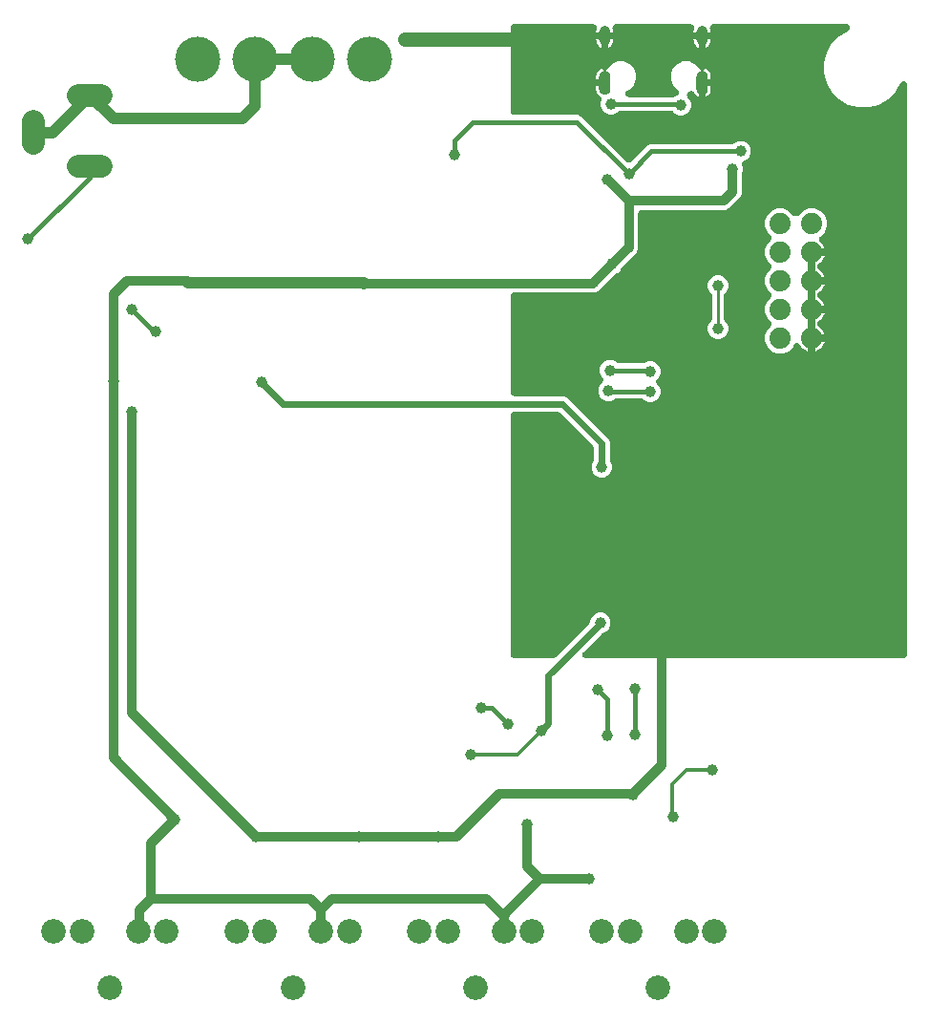
<source format=gbr>
G04 EAGLE Gerber RS-274X export*
G75*
%MOMM*%
%FSLAX34Y34*%
%LPD*%
%INBottom Copper*%
%IPPOS*%
%AMOC8*
5,1,8,0,0,1.08239X$1,22.5*%
G01*
%ADD10C,0.908000*%
%ADD11C,1.879600*%
%ADD12C,2.184400*%
%ADD13C,4.000000*%
%ADD14C,2.000000*%
%ADD15C,1.016000*%
%ADD16C,1.006400*%
%ADD17C,0.406400*%
%ADD18C,0.812800*%
%ADD19C,0.304800*%
%ADD20C,1.270000*%
%ADD21C,0.609600*%
%ADD22C,0.254000*%

G36*
X624845Y326962D02*
X624845Y326962D01*
X624960Y326961D01*
X625091Y326982D01*
X625223Y326993D01*
X625334Y327020D01*
X625447Y327038D01*
X625573Y327079D01*
X625702Y327111D01*
X625807Y327156D01*
X625916Y327192D01*
X626034Y327254D01*
X626156Y327306D01*
X626252Y327367D01*
X626353Y327420D01*
X626427Y327479D01*
X626572Y327571D01*
X626814Y327787D01*
X626886Y327845D01*
X656611Y357570D01*
X656685Y357657D01*
X656766Y357737D01*
X656844Y357844D01*
X656930Y357946D01*
X656989Y358044D01*
X657056Y358136D01*
X657116Y358254D01*
X657185Y358368D01*
X657227Y358474D01*
X657279Y358576D01*
X657319Y358703D01*
X657368Y358826D01*
X657393Y358938D01*
X657427Y359047D01*
X657437Y359140D01*
X657475Y359308D01*
X657493Y359632D01*
X657503Y359724D01*
X657503Y359810D01*
X658888Y363153D01*
X661447Y365712D01*
X664790Y367097D01*
X668410Y367097D01*
X671753Y365712D01*
X674312Y363153D01*
X675697Y359810D01*
X675697Y356190D01*
X674312Y352847D01*
X671753Y350288D01*
X668377Y348890D01*
X668368Y348885D01*
X668359Y348882D01*
X668146Y348771D01*
X667938Y348665D01*
X667930Y348659D01*
X667921Y348654D01*
X667890Y348629D01*
X667541Y348372D01*
X667449Y348278D01*
X667388Y348229D01*
X651314Y332155D01*
X651289Y332126D01*
X651261Y332100D01*
X651129Y331938D01*
X650994Y331779D01*
X650974Y331746D01*
X650951Y331716D01*
X650848Y331536D01*
X650740Y331356D01*
X650725Y331321D01*
X650707Y331288D01*
X650634Y331092D01*
X650557Y330898D01*
X650548Y330861D01*
X650535Y330825D01*
X650495Y330620D01*
X650450Y330417D01*
X650448Y330378D01*
X650440Y330341D01*
X650434Y330133D01*
X650422Y329924D01*
X650426Y329886D01*
X650425Y329848D01*
X650452Y329641D01*
X650474Y329433D01*
X650484Y329397D01*
X650489Y329359D01*
X650550Y329159D01*
X650605Y328958D01*
X650621Y328923D01*
X650632Y328887D01*
X650724Y328699D01*
X650811Y328509D01*
X650832Y328478D01*
X650849Y328443D01*
X650969Y328273D01*
X651086Y328100D01*
X651112Y328072D01*
X651134Y328041D01*
X651281Y327893D01*
X651424Y327740D01*
X651454Y327717D01*
X651481Y327690D01*
X651650Y327567D01*
X651815Y327440D01*
X651849Y327422D01*
X651880Y327400D01*
X652066Y327306D01*
X652250Y327207D01*
X652286Y327195D01*
X652320Y327177D01*
X652519Y327115D01*
X652717Y327047D01*
X652754Y327041D01*
X652791Y327029D01*
X652883Y327019D01*
X653203Y326964D01*
X653375Y326963D01*
X653468Y326953D01*
X935522Y326953D01*
X935598Y326959D01*
X935674Y326957D01*
X935843Y326979D01*
X936014Y326993D01*
X936088Y327011D01*
X936163Y327021D01*
X936327Y327070D01*
X936493Y327111D01*
X936562Y327141D01*
X936636Y327163D01*
X936789Y327239D01*
X936946Y327306D01*
X937010Y327347D01*
X937079Y327380D01*
X937218Y327479D01*
X937362Y327571D01*
X937419Y327622D01*
X937481Y327666D01*
X937602Y327786D01*
X937730Y327900D01*
X937778Y327959D01*
X937832Y328013D01*
X937933Y328151D01*
X938040Y328284D01*
X938077Y328350D01*
X938122Y328411D01*
X938199Y328564D01*
X938284Y328712D01*
X938310Y328784D01*
X938345Y328852D01*
X938396Y329015D01*
X938455Y329175D01*
X938470Y329250D01*
X938493Y329322D01*
X938505Y329427D01*
X938550Y329659D01*
X938557Y329895D01*
X938569Y330000D01*
X938569Y835110D01*
X938554Y835299D01*
X938546Y835489D01*
X938534Y835545D01*
X938529Y835602D01*
X938484Y835786D01*
X938445Y835972D01*
X938424Y836025D01*
X938411Y836081D01*
X938336Y836255D01*
X938267Y836432D01*
X938239Y836482D01*
X938216Y836534D01*
X938114Y836694D01*
X938018Y836858D01*
X937982Y836902D01*
X937951Y836950D01*
X937824Y837092D01*
X937703Y837238D01*
X937660Y837275D01*
X937622Y837318D01*
X937475Y837437D01*
X937331Y837562D01*
X937283Y837592D01*
X937238Y837628D01*
X937073Y837722D01*
X936912Y837822D01*
X936859Y837844D01*
X936810Y837872D01*
X936631Y837938D01*
X936456Y838011D01*
X936401Y838024D01*
X936347Y838043D01*
X936161Y838080D01*
X935976Y838123D01*
X935919Y838127D01*
X935863Y838138D01*
X935673Y838144D01*
X935484Y838157D01*
X935427Y838152D01*
X935370Y838153D01*
X935182Y838129D01*
X934993Y838111D01*
X934937Y838097D01*
X934881Y838089D01*
X934699Y838034D01*
X934515Y837986D01*
X934463Y837963D01*
X934409Y837947D01*
X934238Y837863D01*
X934064Y837786D01*
X934017Y837755D01*
X933965Y837730D01*
X933811Y837620D01*
X933652Y837516D01*
X933610Y837477D01*
X933563Y837444D01*
X933428Y837311D01*
X933288Y837182D01*
X933261Y837146D01*
X933212Y837098D01*
X932922Y836699D01*
X932901Y836659D01*
X932883Y836634D01*
X928136Y828411D01*
X921589Y821864D01*
X913571Y817235D01*
X904629Y814839D01*
X895371Y814839D01*
X886429Y817235D01*
X878411Y821864D01*
X871864Y828411D01*
X867235Y836429D01*
X864839Y845371D01*
X864839Y854629D01*
X867235Y863571D01*
X871864Y871589D01*
X878411Y878136D01*
X886634Y882883D01*
X886790Y882991D01*
X886950Y883093D01*
X886992Y883131D01*
X887040Y883163D01*
X887176Y883295D01*
X887318Y883422D01*
X887354Y883466D01*
X887395Y883506D01*
X887509Y883658D01*
X887628Y883806D01*
X887656Y883855D01*
X887690Y883901D01*
X887778Y884070D01*
X887872Y884234D01*
X887892Y884288D01*
X887918Y884338D01*
X887977Y884519D01*
X888043Y884697D01*
X888054Y884753D01*
X888072Y884807D01*
X888102Y884995D01*
X888138Y885181D01*
X888140Y885238D01*
X888149Y885294D01*
X888148Y885485D01*
X888153Y885674D01*
X888146Y885730D01*
X888146Y885788D01*
X888114Y885975D01*
X888089Y886163D01*
X888073Y886218D01*
X888063Y886274D01*
X888002Y886453D01*
X887947Y886636D01*
X887921Y886687D01*
X887903Y886741D01*
X887813Y886908D01*
X887730Y887079D01*
X887697Y887125D01*
X887670Y887175D01*
X887554Y887326D01*
X887444Y887481D01*
X887404Y887522D01*
X887369Y887567D01*
X887231Y887697D01*
X887097Y887832D01*
X887051Y887866D01*
X887010Y887905D01*
X886852Y888011D01*
X886699Y888122D01*
X886648Y888148D01*
X886600Y888180D01*
X886428Y888259D01*
X886258Y888345D01*
X886204Y888362D01*
X886152Y888386D01*
X885969Y888436D01*
X885788Y888493D01*
X885742Y888498D01*
X885676Y888516D01*
X885186Y888568D01*
X885141Y888566D01*
X885110Y888569D01*
X766791Y888569D01*
X766678Y888560D01*
X766563Y888561D01*
X766432Y888540D01*
X766300Y888529D01*
X766189Y888502D01*
X766076Y888484D01*
X765950Y888443D01*
X765821Y888411D01*
X765716Y888366D01*
X765608Y888330D01*
X765490Y888269D01*
X765367Y888216D01*
X765271Y888155D01*
X765170Y888102D01*
X765064Y888022D01*
X764951Y887951D01*
X764866Y887875D01*
X764775Y887807D01*
X764683Y887711D01*
X764584Y887622D01*
X764512Y887533D01*
X764433Y887451D01*
X764357Y887342D01*
X764274Y887238D01*
X764217Y887139D01*
X764152Y887045D01*
X764095Y886925D01*
X764030Y886810D01*
X763990Y886703D01*
X763941Y886600D01*
X763904Y886472D01*
X763858Y886347D01*
X763836Y886235D01*
X763804Y886125D01*
X763789Y885993D01*
X763763Y885863D01*
X763760Y885749D01*
X763746Y885636D01*
X763752Y885503D01*
X763748Y885370D01*
X763763Y885257D01*
X763768Y885143D01*
X763790Y885051D01*
X763812Y884881D01*
X763906Y884570D01*
X763928Y884480D01*
X764240Y883622D01*
X764471Y882314D01*
X764471Y881697D01*
X761924Y881697D01*
X761804Y882768D01*
X761798Y882774D01*
X761801Y882779D01*
X761431Y883836D01*
X761425Y883840D01*
X761427Y883846D01*
X760831Y884794D01*
X760823Y884797D01*
X760824Y884802D01*
X760032Y885594D01*
X760024Y885595D01*
X760024Y885601D01*
X759076Y886197D01*
X759067Y886196D01*
X759066Y886201D01*
X758009Y886571D01*
X758001Y886569D01*
X757998Y886574D01*
X756886Y886699D01*
X756878Y886695D01*
X756875Y886699D01*
X755762Y886574D01*
X755756Y886568D01*
X755751Y886571D01*
X754694Y886201D01*
X754690Y886195D01*
X754684Y886197D01*
X753736Y885601D01*
X753733Y885593D01*
X753728Y885594D01*
X752936Y884802D01*
X752935Y884794D01*
X752929Y884794D01*
X752333Y883846D01*
X752334Y883837D01*
X752329Y883836D01*
X751959Y882779D01*
X751961Y882771D01*
X751956Y882768D01*
X751836Y881697D01*
X749289Y881697D01*
X749289Y882314D01*
X749520Y883622D01*
X749832Y884480D01*
X749862Y884590D01*
X749902Y884697D01*
X749927Y884827D01*
X749963Y884955D01*
X749975Y885069D01*
X749997Y885181D01*
X750001Y885314D01*
X750015Y885446D01*
X750008Y885560D01*
X750012Y885674D01*
X749995Y885806D01*
X749987Y885939D01*
X749962Y886050D01*
X749948Y886163D01*
X749909Y886290D01*
X749880Y886420D01*
X749838Y886526D01*
X749805Y886636D01*
X749747Y886755D01*
X749697Y886878D01*
X749638Y886976D01*
X749588Y887079D01*
X749511Y887187D01*
X749443Y887301D01*
X749369Y887388D01*
X749303Y887481D01*
X749209Y887575D01*
X749123Y887677D01*
X749036Y887751D01*
X748956Y887832D01*
X748849Y887910D01*
X748747Y887996D01*
X748650Y888055D01*
X748557Y888122D01*
X748439Y888182D01*
X748325Y888251D01*
X748219Y888293D01*
X748117Y888345D01*
X747990Y888385D01*
X747867Y888434D01*
X747755Y888459D01*
X747646Y888493D01*
X747553Y888503D01*
X747385Y888541D01*
X747061Y888559D01*
X746969Y888569D01*
X680431Y888569D01*
X680318Y888560D01*
X680203Y888561D01*
X680072Y888540D01*
X679940Y888529D01*
X679829Y888502D01*
X679716Y888484D01*
X679590Y888443D01*
X679461Y888411D01*
X679356Y888366D01*
X679248Y888330D01*
X679130Y888269D01*
X679007Y888216D01*
X678911Y888155D01*
X678810Y888102D01*
X678704Y888022D01*
X678591Y887951D01*
X678506Y887875D01*
X678415Y887807D01*
X678323Y887711D01*
X678224Y887622D01*
X678152Y887533D01*
X678073Y887451D01*
X677997Y887342D01*
X677914Y887238D01*
X677857Y887139D01*
X677792Y887045D01*
X677735Y886925D01*
X677670Y886810D01*
X677630Y886703D01*
X677581Y886600D01*
X677544Y886472D01*
X677498Y886347D01*
X677476Y886235D01*
X677444Y886125D01*
X677429Y885993D01*
X677403Y885863D01*
X677400Y885749D01*
X677386Y885636D01*
X677392Y885503D01*
X677388Y885370D01*
X677403Y885257D01*
X677408Y885143D01*
X677430Y885051D01*
X677452Y884881D01*
X677546Y884570D01*
X677568Y884480D01*
X677880Y883622D01*
X678111Y882314D01*
X678111Y881697D01*
X675564Y881697D01*
X675444Y882768D01*
X675438Y882774D01*
X675441Y882779D01*
X675071Y883836D01*
X675065Y883840D01*
X675067Y883846D01*
X674471Y884794D01*
X674463Y884797D01*
X674464Y884802D01*
X673672Y885594D01*
X673664Y885595D01*
X673664Y885601D01*
X672716Y886197D01*
X672707Y886196D01*
X672706Y886201D01*
X671649Y886571D01*
X671641Y886569D01*
X671638Y886574D01*
X670526Y886699D01*
X670518Y886695D01*
X670515Y886699D01*
X669402Y886574D01*
X669396Y886568D01*
X669391Y886571D01*
X668334Y886201D01*
X668330Y886195D01*
X668324Y886197D01*
X667376Y885601D01*
X667373Y885593D01*
X667368Y885594D01*
X666576Y884802D01*
X666575Y884794D01*
X666569Y884794D01*
X665973Y883846D01*
X665974Y883837D01*
X665969Y883836D01*
X665599Y882779D01*
X665601Y882771D01*
X665596Y882768D01*
X665476Y881697D01*
X662929Y881697D01*
X662929Y882314D01*
X663160Y883622D01*
X663472Y884480D01*
X663502Y884590D01*
X663542Y884697D01*
X663567Y884827D01*
X663603Y884955D01*
X663615Y885069D01*
X663637Y885181D01*
X663641Y885314D01*
X663655Y885446D01*
X663648Y885560D01*
X663652Y885674D01*
X663635Y885806D01*
X663627Y885939D01*
X663602Y886050D01*
X663588Y886163D01*
X663549Y886290D01*
X663520Y886420D01*
X663478Y886526D01*
X663445Y886636D01*
X663387Y886755D01*
X663337Y886878D01*
X663278Y886976D01*
X663228Y887079D01*
X663151Y887187D01*
X663083Y887301D01*
X663009Y887388D01*
X662943Y887481D01*
X662849Y887575D01*
X662763Y887677D01*
X662676Y887751D01*
X662596Y887832D01*
X662489Y887910D01*
X662387Y887996D01*
X662290Y888055D01*
X662197Y888122D01*
X662079Y888182D01*
X661965Y888251D01*
X661859Y888293D01*
X661757Y888345D01*
X661630Y888385D01*
X661507Y888434D01*
X661395Y888459D01*
X661286Y888493D01*
X661193Y888503D01*
X661025Y888541D01*
X660701Y888559D01*
X660609Y888569D01*
X590000Y888569D01*
X589924Y888563D01*
X589848Y888565D01*
X589679Y888543D01*
X589508Y888529D01*
X589434Y888511D01*
X589359Y888501D01*
X589195Y888452D01*
X589029Y888411D01*
X588960Y888381D01*
X588887Y888359D01*
X588733Y888283D01*
X588576Y888216D01*
X588512Y888175D01*
X588443Y888142D01*
X588304Y888043D01*
X588160Y887951D01*
X588103Y887900D01*
X588041Y887856D01*
X587920Y887736D01*
X587792Y887622D01*
X587744Y887563D01*
X587690Y887509D01*
X587589Y887371D01*
X587482Y887238D01*
X587445Y887172D01*
X587400Y887111D01*
X587323Y886958D01*
X587238Y886810D01*
X587212Y886738D01*
X587177Y886670D01*
X587126Y886507D01*
X587067Y886347D01*
X587052Y886272D01*
X587029Y886200D01*
X587017Y886095D01*
X586972Y885863D01*
X586965Y885627D01*
X586953Y885522D01*
X586953Y811144D01*
X586959Y811068D01*
X586957Y810992D01*
X586979Y810823D01*
X586993Y810652D01*
X587011Y810578D01*
X587021Y810503D01*
X587070Y810339D01*
X587111Y810173D01*
X587141Y810104D01*
X587163Y810030D01*
X587239Y809877D01*
X587306Y809720D01*
X587347Y809656D01*
X587380Y809587D01*
X587479Y809448D01*
X587571Y809304D01*
X587622Y809247D01*
X587666Y809185D01*
X587786Y809064D01*
X587900Y808936D01*
X587959Y808888D01*
X588013Y808834D01*
X588151Y808733D01*
X588284Y808626D01*
X588350Y808589D01*
X588411Y808544D01*
X588564Y808467D01*
X588712Y808382D01*
X588784Y808356D01*
X588852Y808321D01*
X589015Y808270D01*
X589175Y808211D01*
X589250Y808196D01*
X589322Y808173D01*
X589427Y808161D01*
X589659Y808116D01*
X589895Y808109D01*
X590000Y808097D01*
X647213Y808097D01*
X649454Y807169D01*
X689845Y766777D01*
X689903Y766728D01*
X689956Y766672D01*
X690091Y766568D01*
X690221Y766457D01*
X690287Y766418D01*
X690347Y766372D01*
X690497Y766291D01*
X690644Y766203D01*
X690715Y766174D01*
X690782Y766138D01*
X690943Y766083D01*
X691102Y766020D01*
X691176Y766003D01*
X691248Y765978D01*
X691417Y765950D01*
X691584Y765913D01*
X691660Y765909D01*
X691735Y765896D01*
X691906Y765895D01*
X692076Y765885D01*
X692152Y765893D01*
X692228Y765893D01*
X692397Y765919D01*
X692567Y765937D01*
X692640Y765958D01*
X692715Y765969D01*
X692878Y766023D01*
X693042Y766068D01*
X693112Y766100D01*
X693184Y766124D01*
X693335Y766203D01*
X693491Y766274D01*
X693554Y766316D01*
X693622Y766352D01*
X693704Y766417D01*
X693900Y766549D01*
X694072Y766711D01*
X694155Y766777D01*
X708546Y781169D01*
X710787Y782097D01*
X782970Y782097D01*
X783083Y782106D01*
X783198Y782105D01*
X783329Y782126D01*
X783462Y782137D01*
X783572Y782164D01*
X783685Y782182D01*
X783811Y782223D01*
X783940Y782255D01*
X784045Y782300D01*
X784154Y782336D01*
X784272Y782398D01*
X784394Y782450D01*
X784490Y782511D01*
X784591Y782564D01*
X784665Y782623D01*
X784810Y782715D01*
X785052Y782931D01*
X785125Y782989D01*
X785847Y783712D01*
X789190Y785097D01*
X792810Y785097D01*
X796153Y783712D01*
X798712Y781153D01*
X800097Y777810D01*
X800097Y774190D01*
X798712Y770847D01*
X796153Y768288D01*
X794069Y767425D01*
X794001Y767390D01*
X793930Y767363D01*
X793782Y767278D01*
X793630Y767200D01*
X793569Y767155D01*
X793503Y767117D01*
X793370Y767008D01*
X793233Y766907D01*
X793180Y766852D01*
X793121Y766804D01*
X793008Y766676D01*
X792889Y766554D01*
X792845Y766491D01*
X792794Y766434D01*
X792704Y766290D01*
X792606Y766150D01*
X792573Y766081D01*
X792532Y766017D01*
X792466Y765859D01*
X792392Y765705D01*
X792370Y765632D01*
X792340Y765562D01*
X792300Y765396D01*
X792252Y765232D01*
X792243Y765156D01*
X792225Y765082D01*
X792212Y764912D01*
X792191Y764742D01*
X792194Y764666D01*
X792188Y764590D01*
X792203Y764420D01*
X792209Y764250D01*
X792224Y764175D01*
X792231Y764099D01*
X792260Y763998D01*
X792307Y763766D01*
X792391Y763545D01*
X792420Y763444D01*
X793097Y761809D01*
X793097Y758191D01*
X792361Y756414D01*
X792358Y756404D01*
X792353Y756396D01*
X792282Y756168D01*
X792209Y755944D01*
X792208Y755935D01*
X792205Y755925D01*
X792201Y755885D01*
X792136Y755456D01*
X792138Y755325D01*
X792129Y755247D01*
X792129Y738383D01*
X790891Y735395D01*
X780605Y725109D01*
X777617Y723871D01*
X703176Y723871D01*
X703100Y723865D01*
X703024Y723867D01*
X702855Y723845D01*
X702684Y723831D01*
X702610Y723813D01*
X702535Y723803D01*
X702371Y723754D01*
X702205Y723713D01*
X702136Y723683D01*
X702062Y723661D01*
X701909Y723585D01*
X701752Y723518D01*
X701688Y723477D01*
X701619Y723444D01*
X701480Y723345D01*
X701336Y723253D01*
X701279Y723202D01*
X701217Y723158D01*
X701096Y723038D01*
X700968Y722924D01*
X700920Y722865D01*
X700866Y722811D01*
X700765Y722673D01*
X700658Y722540D01*
X700621Y722474D01*
X700576Y722413D01*
X700499Y722260D01*
X700414Y722112D01*
X700388Y722040D01*
X700353Y721972D01*
X700302Y721809D01*
X700243Y721649D01*
X700228Y721574D01*
X700205Y721502D01*
X700193Y721397D01*
X700148Y721165D01*
X700141Y720929D01*
X700129Y720824D01*
X700129Y689183D01*
X698891Y686195D01*
X686308Y673613D01*
X686302Y673605D01*
X686295Y673599D01*
X686142Y673416D01*
X685989Y673237D01*
X685984Y673228D01*
X685978Y673221D01*
X685958Y673186D01*
X685734Y672814D01*
X685686Y672693D01*
X685648Y672624D01*
X684912Y670847D01*
X682353Y668288D01*
X680576Y667552D01*
X680567Y667548D01*
X680558Y667545D01*
X680348Y667435D01*
X680137Y667327D01*
X680129Y667321D01*
X680121Y667317D01*
X680089Y667292D01*
X679740Y667034D01*
X679649Y666940D01*
X679587Y666892D01*
X664805Y652109D01*
X661817Y650871D01*
X590000Y650871D01*
X589924Y650865D01*
X589848Y650867D01*
X589679Y650845D01*
X589508Y650831D01*
X589434Y650813D01*
X589359Y650803D01*
X589195Y650754D01*
X589029Y650713D01*
X588960Y650683D01*
X588887Y650661D01*
X588733Y650585D01*
X588576Y650518D01*
X588512Y650477D01*
X588443Y650444D01*
X588304Y650345D01*
X588160Y650253D01*
X588103Y650202D01*
X588041Y650158D01*
X587920Y650038D01*
X587792Y649924D01*
X587744Y649865D01*
X587690Y649811D01*
X587589Y649673D01*
X587482Y649540D01*
X587445Y649474D01*
X587400Y649413D01*
X587323Y649260D01*
X587238Y649112D01*
X587212Y649040D01*
X587177Y648972D01*
X587126Y648809D01*
X587067Y648649D01*
X587052Y648574D01*
X587029Y648502D01*
X587017Y648397D01*
X586972Y648165D01*
X586965Y647929D01*
X586953Y647824D01*
X586953Y562160D01*
X586959Y562084D01*
X586957Y562008D01*
X586979Y561839D01*
X586993Y561668D01*
X587011Y561594D01*
X587021Y561519D01*
X587070Y561355D01*
X587111Y561189D01*
X587141Y561120D01*
X587163Y561046D01*
X587239Y560893D01*
X587306Y560736D01*
X587347Y560672D01*
X587380Y560603D01*
X587479Y560464D01*
X587571Y560320D01*
X587622Y560263D01*
X587666Y560201D01*
X587786Y560080D01*
X587900Y559952D01*
X587959Y559904D01*
X588013Y559850D01*
X588151Y559749D01*
X588284Y559642D01*
X588350Y559605D01*
X588411Y559560D01*
X588564Y559483D01*
X588712Y559398D01*
X588784Y559372D01*
X588852Y559337D01*
X589015Y559286D01*
X589175Y559227D01*
X589250Y559212D01*
X589322Y559189D01*
X589427Y559177D01*
X589659Y559132D01*
X589895Y559125D01*
X590000Y559113D01*
X634415Y559113D01*
X637029Y558030D01*
X674030Y521029D01*
X675113Y518415D01*
X675113Y503014D01*
X675122Y502901D01*
X675121Y502786D01*
X675142Y502655D01*
X675153Y502522D01*
X675180Y502412D01*
X675198Y502299D01*
X675239Y502173D01*
X675271Y502044D01*
X675316Y501939D01*
X675352Y501830D01*
X675414Y501712D01*
X675466Y501590D01*
X675527Y501494D01*
X675580Y501393D01*
X675639Y501319D01*
X675651Y501300D01*
X677097Y497810D01*
X677097Y494190D01*
X675712Y490847D01*
X673153Y488288D01*
X669810Y486903D01*
X666190Y486903D01*
X662847Y488288D01*
X660288Y490847D01*
X658903Y494190D01*
X658903Y497810D01*
X660340Y501278D01*
X660373Y501333D01*
X660440Y501426D01*
X660500Y501544D01*
X660569Y501658D01*
X660611Y501764D01*
X660663Y501866D01*
X660703Y501993D01*
X660752Y502116D01*
X660777Y502227D01*
X660811Y502336D01*
X660821Y502430D01*
X660859Y502598D01*
X660877Y502922D01*
X660887Y503014D01*
X660887Y512792D01*
X660878Y512905D01*
X660879Y513020D01*
X660858Y513151D01*
X660847Y513283D01*
X660820Y513394D01*
X660802Y513507D01*
X660761Y513633D01*
X660729Y513762D01*
X660684Y513867D01*
X660648Y513976D01*
X660586Y514093D01*
X660534Y514216D01*
X660473Y514312D01*
X660420Y514413D01*
X660361Y514487D01*
X660269Y514632D01*
X660157Y514757D01*
X660131Y514794D01*
X660059Y514866D01*
X660053Y514874D01*
X659995Y514946D01*
X630946Y543995D01*
X630859Y544069D01*
X630779Y544150D01*
X630672Y544228D01*
X630570Y544314D01*
X630472Y544373D01*
X630380Y544440D01*
X630262Y544500D01*
X630148Y544569D01*
X630042Y544611D01*
X629940Y544663D01*
X629813Y544703D01*
X629690Y544752D01*
X629578Y544777D01*
X629469Y544811D01*
X629376Y544821D01*
X629208Y544859D01*
X628884Y544877D01*
X628792Y544887D01*
X590000Y544887D01*
X589924Y544881D01*
X589848Y544883D01*
X589679Y544861D01*
X589508Y544847D01*
X589434Y544829D01*
X589359Y544819D01*
X589195Y544770D01*
X589029Y544729D01*
X588960Y544699D01*
X588887Y544677D01*
X588733Y544601D01*
X588576Y544534D01*
X588512Y544493D01*
X588443Y544460D01*
X588304Y544361D01*
X588160Y544269D01*
X588103Y544218D01*
X588041Y544174D01*
X587920Y544054D01*
X587792Y543940D01*
X587744Y543881D01*
X587690Y543827D01*
X587589Y543689D01*
X587482Y543556D01*
X587445Y543490D01*
X587400Y543429D01*
X587323Y543276D01*
X587238Y543128D01*
X587212Y543056D01*
X587177Y542988D01*
X587126Y542825D01*
X587067Y542665D01*
X587052Y542590D01*
X587029Y542518D01*
X587017Y542413D01*
X586972Y542181D01*
X586965Y541945D01*
X586953Y541840D01*
X586953Y330000D01*
X586959Y329924D01*
X586957Y329848D01*
X586979Y329679D01*
X586993Y329508D01*
X587011Y329434D01*
X587021Y329359D01*
X587070Y329195D01*
X587111Y329029D01*
X587141Y328960D01*
X587163Y328887D01*
X587239Y328733D01*
X587306Y328576D01*
X587347Y328512D01*
X587380Y328443D01*
X587479Y328304D01*
X587571Y328160D01*
X587622Y328103D01*
X587666Y328041D01*
X587786Y327920D01*
X587900Y327792D01*
X587959Y327744D01*
X588013Y327690D01*
X588151Y327589D01*
X588284Y327482D01*
X588350Y327445D01*
X588411Y327400D01*
X588564Y327323D01*
X588712Y327238D01*
X588784Y327212D01*
X588852Y327177D01*
X589015Y327126D01*
X589175Y327067D01*
X589250Y327052D01*
X589322Y327029D01*
X589427Y327017D01*
X589659Y326972D01*
X589895Y326965D01*
X590000Y326953D01*
X624732Y326953D01*
X624845Y326962D01*
G37*
%LPC*%
G36*
X823352Y596837D02*
X823352Y596837D01*
X818404Y598887D01*
X814617Y602674D01*
X812567Y607622D01*
X812567Y612978D01*
X814617Y617926D01*
X817536Y620845D01*
X817585Y620903D01*
X817641Y620956D01*
X817745Y621091D01*
X817856Y621221D01*
X817895Y621286D01*
X817941Y621347D01*
X818022Y621497D01*
X818110Y621644D01*
X818138Y621715D01*
X818174Y621782D01*
X818230Y621943D01*
X818293Y622102D01*
X818310Y622176D01*
X818334Y622248D01*
X818363Y622417D01*
X818400Y622584D01*
X818404Y622660D01*
X818417Y622735D01*
X818418Y622906D01*
X818428Y623076D01*
X818420Y623152D01*
X818420Y623228D01*
X818394Y623397D01*
X818375Y623567D01*
X818355Y623640D01*
X818343Y623715D01*
X818290Y623878D01*
X818245Y624042D01*
X818213Y624112D01*
X818189Y624184D01*
X818110Y624335D01*
X818039Y624491D01*
X817997Y624554D01*
X817961Y624622D01*
X817896Y624704D01*
X817764Y624900D01*
X817602Y625072D01*
X817536Y625155D01*
X814617Y628074D01*
X812567Y633022D01*
X812567Y638378D01*
X814617Y643326D01*
X817536Y646245D01*
X817585Y646303D01*
X817641Y646356D01*
X817745Y646491D01*
X817856Y646621D01*
X817895Y646686D01*
X817941Y646747D01*
X818022Y646897D01*
X818110Y647044D01*
X818138Y647115D01*
X818174Y647182D01*
X818230Y647343D01*
X818293Y647502D01*
X818310Y647576D01*
X818334Y647648D01*
X818363Y647817D01*
X818400Y647984D01*
X818404Y648060D01*
X818417Y648135D01*
X818418Y648306D01*
X818428Y648476D01*
X818420Y648552D01*
X818420Y648628D01*
X818394Y648797D01*
X818375Y648967D01*
X818355Y649040D01*
X818343Y649115D01*
X818290Y649278D01*
X818245Y649442D01*
X818213Y649512D01*
X818189Y649584D01*
X818110Y649735D01*
X818039Y649891D01*
X817997Y649954D01*
X817961Y650022D01*
X817896Y650104D01*
X817764Y650300D01*
X817602Y650472D01*
X817536Y650555D01*
X814617Y653474D01*
X812567Y658422D01*
X812567Y663778D01*
X814617Y668726D01*
X817536Y671645D01*
X817585Y671703D01*
X817641Y671756D01*
X817745Y671891D01*
X817856Y672021D01*
X817895Y672086D01*
X817941Y672147D01*
X818022Y672297D01*
X818110Y672444D01*
X818138Y672515D01*
X818174Y672582D01*
X818230Y672743D01*
X818293Y672902D01*
X818310Y672976D01*
X818334Y673048D01*
X818363Y673217D01*
X818400Y673384D01*
X818404Y673460D01*
X818417Y673535D01*
X818418Y673706D01*
X818428Y673876D01*
X818420Y673952D01*
X818420Y674028D01*
X818394Y674197D01*
X818375Y674367D01*
X818355Y674440D01*
X818343Y674515D01*
X818290Y674678D01*
X818245Y674842D01*
X818213Y674912D01*
X818189Y674984D01*
X818110Y675135D01*
X818039Y675291D01*
X817997Y675354D01*
X817961Y675422D01*
X817896Y675504D01*
X817764Y675700D01*
X817602Y675872D01*
X817536Y675955D01*
X814617Y678874D01*
X812567Y683822D01*
X812567Y689178D01*
X814617Y694126D01*
X817536Y697045D01*
X817585Y697103D01*
X817641Y697156D01*
X817745Y697291D01*
X817856Y697421D01*
X817895Y697486D01*
X817941Y697547D01*
X818022Y697697D01*
X818110Y697844D01*
X818138Y697915D01*
X818174Y697982D01*
X818230Y698143D01*
X818293Y698302D01*
X818310Y698376D01*
X818334Y698448D01*
X818363Y698617D01*
X818400Y698784D01*
X818404Y698860D01*
X818417Y698935D01*
X818418Y699106D01*
X818428Y699276D01*
X818420Y699352D01*
X818420Y699428D01*
X818394Y699597D01*
X818375Y699767D01*
X818355Y699840D01*
X818343Y699915D01*
X818290Y700078D01*
X818245Y700242D01*
X818213Y700312D01*
X818189Y700384D01*
X818110Y700535D01*
X818039Y700691D01*
X817997Y700754D01*
X817961Y700822D01*
X817896Y700904D01*
X817764Y701100D01*
X817602Y701272D01*
X817536Y701355D01*
X814617Y704274D01*
X812567Y709222D01*
X812567Y714578D01*
X814617Y719526D01*
X818404Y723313D01*
X823352Y725363D01*
X828708Y725363D01*
X833656Y723313D01*
X837845Y719124D01*
X837903Y719075D01*
X837955Y719019D01*
X838091Y718915D01*
X838221Y718804D01*
X838287Y718765D01*
X838347Y718719D01*
X838497Y718638D01*
X838644Y718550D01*
X838714Y718522D01*
X838782Y718486D01*
X838943Y718430D01*
X839102Y718367D01*
X839176Y718350D01*
X839248Y718326D01*
X839417Y718297D01*
X839583Y718260D01*
X839660Y718256D01*
X839735Y718243D01*
X839906Y718242D01*
X840076Y718232D01*
X840152Y718240D01*
X840228Y718240D01*
X840397Y718266D01*
X840567Y718285D01*
X840640Y718305D01*
X840715Y718317D01*
X840878Y718370D01*
X841042Y718415D01*
X841112Y718447D01*
X841184Y718471D01*
X841335Y718550D01*
X841491Y718621D01*
X841554Y718663D01*
X841622Y718699D01*
X841704Y718764D01*
X841900Y718896D01*
X842073Y719058D01*
X842155Y719124D01*
X846344Y723313D01*
X851292Y725363D01*
X856648Y725363D01*
X861596Y723313D01*
X865383Y719526D01*
X867433Y714578D01*
X867433Y709222D01*
X865383Y704274D01*
X861356Y700247D01*
X861311Y700194D01*
X861261Y700148D01*
X861152Y700007D01*
X861036Y699871D01*
X861001Y699812D01*
X860959Y699758D01*
X860874Y699601D01*
X860782Y699448D01*
X860756Y699385D01*
X860724Y699324D01*
X860665Y699155D01*
X860599Y698990D01*
X860584Y698923D01*
X860561Y698858D01*
X860531Y698682D01*
X860492Y698509D01*
X860488Y698440D01*
X860476Y698372D01*
X860474Y698194D01*
X860464Y698016D01*
X860472Y697948D01*
X860471Y697879D01*
X860498Y697702D01*
X860517Y697525D01*
X860535Y697459D01*
X860545Y697391D01*
X860600Y697222D01*
X860647Y697050D01*
X860676Y696987D01*
X860697Y696922D01*
X860778Y696764D01*
X860853Y696601D01*
X860891Y696544D01*
X860923Y696483D01*
X861029Y696340D01*
X861128Y696192D01*
X861175Y696142D01*
X861216Y696087D01*
X861294Y696016D01*
X861466Y695832D01*
X861643Y695697D01*
X861720Y695627D01*
X861748Y695606D01*
X863076Y694278D01*
X864181Y692757D01*
X865034Y691083D01*
X865533Y689547D01*
X853970Y689547D01*
X853894Y689541D01*
X853818Y689544D01*
X853649Y689521D01*
X853479Y689507D01*
X853405Y689489D01*
X853329Y689479D01*
X853165Y689430D01*
X853000Y689389D01*
X852930Y689359D01*
X852857Y689337D01*
X852703Y689262D01*
X852546Y689194D01*
X852482Y689153D01*
X852414Y689120D01*
X852274Y689021D01*
X852130Y688929D01*
X852074Y688878D01*
X852011Y688834D01*
X851890Y688714D01*
X851762Y688600D01*
X851714Y688541D01*
X851660Y688487D01*
X851559Y688349D01*
X851452Y688216D01*
X851414Y688150D01*
X851369Y688088D01*
X851293Y687936D01*
X851208Y687787D01*
X851181Y687716D01*
X851147Y687648D01*
X851096Y687485D01*
X851036Y687325D01*
X851022Y687250D01*
X850999Y687177D01*
X850987Y687073D01*
X850942Y686841D01*
X850934Y686605D01*
X850923Y686500D01*
X850923Y661100D01*
X850923Y635700D01*
X850923Y610300D01*
X850923Y598737D01*
X849387Y599236D01*
X847713Y600089D01*
X846192Y601194D01*
X844864Y602522D01*
X843759Y604043D01*
X843589Y604377D01*
X843502Y604517D01*
X843423Y604663D01*
X843373Y604727D01*
X843330Y604797D01*
X843222Y604922D01*
X843120Y605052D01*
X843060Y605108D01*
X843007Y605169D01*
X842880Y605275D01*
X842759Y605388D01*
X842691Y605433D01*
X842628Y605485D01*
X842485Y605569D01*
X842348Y605660D01*
X842273Y605694D01*
X842203Y605736D01*
X842049Y605795D01*
X841898Y605863D01*
X841819Y605884D01*
X841743Y605914D01*
X841581Y605948D01*
X841421Y605991D01*
X841340Y605999D01*
X841260Y606016D01*
X841095Y606024D01*
X840931Y606040D01*
X840849Y606035D01*
X840767Y606039D01*
X840603Y606020D01*
X840438Y606009D01*
X840359Y605991D01*
X840277Y605982D01*
X840118Y605936D01*
X839957Y605899D01*
X839882Y605869D01*
X839803Y605846D01*
X839653Y605776D01*
X839500Y605713D01*
X839431Y605671D01*
X839357Y605636D01*
X839220Y605542D01*
X839079Y605456D01*
X839017Y605403D01*
X838950Y605357D01*
X838831Y605242D01*
X838705Y605134D01*
X838653Y605072D01*
X838594Y605015D01*
X838495Y604883D01*
X838388Y604756D01*
X838358Y604701D01*
X838298Y604621D01*
X838069Y604184D01*
X838064Y604169D01*
X838058Y604159D01*
X837443Y602674D01*
X833656Y598887D01*
X828708Y596837D01*
X823352Y596837D01*
G37*
%LPD*%
%LPC*%
G36*
X761927Y842353D02*
X761927Y842353D01*
X761929Y842356D01*
X761804Y843468D01*
X761798Y843474D01*
X761801Y843479D01*
X761431Y844536D01*
X761425Y844540D01*
X761427Y844546D01*
X760831Y845494D01*
X760823Y845497D01*
X760824Y845502D01*
X760032Y846294D01*
X760024Y846295D01*
X760024Y846301D01*
X759076Y846897D01*
X759067Y846896D01*
X759066Y846901D01*
X758009Y847271D01*
X758001Y847269D01*
X757998Y847274D01*
X756886Y847399D01*
X756878Y847395D01*
X756875Y847399D01*
X755762Y847274D01*
X755756Y847268D01*
X755751Y847271D01*
X754694Y846901D01*
X754690Y846895D01*
X754684Y846897D01*
X753736Y846301D01*
X753733Y846293D01*
X753728Y846294D01*
X752936Y845502D01*
X752935Y845494D01*
X752929Y845494D01*
X752333Y844546D01*
X752334Y844539D01*
X752330Y844537D01*
X752330Y844536D01*
X752329Y844536D01*
X751959Y843479D01*
X751961Y843471D01*
X751956Y843468D01*
X751831Y842356D01*
X751833Y842352D01*
X751831Y842350D01*
X751831Y831350D01*
X751833Y831347D01*
X751831Y831345D01*
X751956Y830232D01*
X751962Y830226D01*
X751959Y830221D01*
X752329Y829164D01*
X752336Y829160D01*
X752333Y829154D01*
X752929Y828206D01*
X752937Y828203D01*
X752936Y828198D01*
X753728Y827406D01*
X753736Y827405D01*
X753736Y827399D01*
X753833Y827339D01*
X753833Y824381D01*
X753660Y824444D01*
X752943Y824858D01*
X752509Y825108D01*
X751805Y825699D01*
X751492Y825962D01*
X750638Y826979D01*
X750118Y827881D01*
X750048Y827982D01*
X749986Y828089D01*
X749908Y828185D01*
X749838Y828286D01*
X749752Y828375D01*
X749673Y828471D01*
X749581Y828553D01*
X749495Y828642D01*
X749396Y828716D01*
X749304Y828798D01*
X749199Y828863D01*
X749100Y828937D01*
X748990Y828994D01*
X748886Y829060D01*
X748772Y829108D01*
X748663Y829165D01*
X748545Y829204D01*
X748431Y829252D01*
X748311Y829281D01*
X748194Y829319D01*
X748072Y829338D01*
X747952Y829367D01*
X747829Y829377D01*
X747707Y829396D01*
X747583Y829395D01*
X747460Y829404D01*
X747337Y829393D01*
X747213Y829393D01*
X747091Y829372D01*
X746968Y829361D01*
X746883Y829336D01*
X746727Y829310D01*
X746391Y829195D01*
X746313Y829172D01*
X745279Y828744D01*
X745119Y828662D01*
X744955Y828587D01*
X744899Y828549D01*
X744840Y828519D01*
X744695Y828412D01*
X744545Y828311D01*
X744497Y828266D01*
X744443Y828226D01*
X744317Y828097D01*
X744186Y827973D01*
X744145Y827921D01*
X744099Y827873D01*
X743995Y827725D01*
X743885Y827582D01*
X743854Y827523D01*
X743816Y827469D01*
X743737Y827306D01*
X743652Y827147D01*
X743631Y827084D01*
X743602Y827024D01*
X743551Y826851D01*
X743492Y826681D01*
X743481Y826615D01*
X743462Y826551D01*
X743440Y826372D01*
X743410Y826194D01*
X743409Y826127D01*
X743401Y826062D01*
X743408Y825882D01*
X743407Y825701D01*
X743417Y825635D01*
X743419Y825569D01*
X743455Y825392D01*
X743483Y825213D01*
X743504Y825150D01*
X743517Y825085D01*
X743581Y824917D01*
X743638Y824745D01*
X743668Y824686D01*
X743692Y824624D01*
X743782Y824467D01*
X743865Y824307D01*
X743898Y824266D01*
X743938Y824196D01*
X744251Y823815D01*
X744276Y823792D01*
X744291Y823774D01*
X745912Y822153D01*
X747297Y818810D01*
X747297Y815190D01*
X745912Y811847D01*
X743353Y809288D01*
X740010Y807903D01*
X736390Y807903D01*
X733047Y809288D01*
X731325Y811011D01*
X731238Y811085D01*
X731157Y811166D01*
X731050Y811244D01*
X730949Y811330D01*
X730851Y811389D01*
X730758Y811456D01*
X730640Y811516D01*
X730526Y811585D01*
X730420Y811627D01*
X730318Y811679D01*
X730191Y811719D01*
X730068Y811768D01*
X729957Y811793D01*
X729848Y811827D01*
X729754Y811837D01*
X729586Y811875D01*
X729262Y811893D01*
X729170Y811903D01*
X684030Y811903D01*
X683917Y811894D01*
X683802Y811895D01*
X683671Y811874D01*
X683538Y811863D01*
X683428Y811836D01*
X683315Y811818D01*
X683189Y811777D01*
X683060Y811745D01*
X682955Y811700D01*
X682846Y811664D01*
X682728Y811602D01*
X682606Y811550D01*
X682510Y811489D01*
X682409Y811436D01*
X682335Y811377D01*
X682190Y811285D01*
X681948Y811069D01*
X681875Y811011D01*
X681153Y810288D01*
X677810Y808903D01*
X674190Y808903D01*
X670847Y810288D01*
X668288Y812847D01*
X666903Y816190D01*
X666903Y819809D01*
X667506Y821265D01*
X667544Y821383D01*
X667591Y821497D01*
X667620Y821617D01*
X667658Y821735D01*
X667676Y821857D01*
X667704Y821977D01*
X667713Y822101D01*
X667731Y822223D01*
X667730Y822346D01*
X667738Y822469D01*
X667727Y822592D01*
X667725Y822716D01*
X667704Y822838D01*
X667692Y822960D01*
X667661Y823080D01*
X667639Y823202D01*
X667599Y823318D01*
X667567Y823438D01*
X667517Y823551D01*
X667476Y823668D01*
X667417Y823776D01*
X667367Y823889D01*
X667300Y823992D01*
X667240Y824101D01*
X667165Y824198D01*
X667097Y824301D01*
X667014Y824393D01*
X666938Y824490D01*
X666847Y824574D01*
X666764Y824665D01*
X666692Y824718D01*
X666576Y824826D01*
X666282Y825021D01*
X666215Y825070D01*
X666174Y825094D01*
X666149Y825108D01*
X665132Y825962D01*
X664278Y826979D01*
X663614Y828130D01*
X663160Y829378D01*
X662929Y830686D01*
X662929Y833803D01*
X665471Y833803D01*
X665471Y831350D01*
X665473Y831347D01*
X665471Y831345D01*
X665596Y830232D01*
X665602Y830226D01*
X665599Y830221D01*
X665969Y829164D01*
X665976Y829160D01*
X665973Y829154D01*
X666569Y828206D01*
X666577Y828203D01*
X666576Y828198D01*
X667368Y827406D01*
X667376Y827405D01*
X667376Y827399D01*
X668324Y826803D01*
X668333Y826804D01*
X668334Y826799D01*
X669391Y826429D01*
X669399Y826431D01*
X669402Y826426D01*
X670515Y826301D01*
X670522Y826305D01*
X670526Y826301D01*
X671638Y826426D01*
X671644Y826432D01*
X671649Y826429D01*
X672706Y826799D01*
X672710Y826806D01*
X672716Y826803D01*
X673664Y827399D01*
X673667Y827407D01*
X673672Y827406D01*
X674464Y828198D01*
X674465Y828206D01*
X674471Y828206D01*
X675067Y829154D01*
X675066Y829163D01*
X675071Y829164D01*
X675441Y830221D01*
X675440Y830225D01*
X675442Y830227D01*
X675440Y830230D01*
X675444Y830232D01*
X675569Y831345D01*
X675567Y831348D01*
X675569Y831350D01*
X675569Y842350D01*
X675567Y842353D01*
X675569Y842356D01*
X675444Y843468D01*
X675438Y843474D01*
X675441Y843479D01*
X675071Y844536D01*
X675065Y844540D01*
X675067Y844546D01*
X674471Y845494D01*
X674463Y845497D01*
X674464Y845502D01*
X673672Y846294D01*
X673664Y846295D01*
X673664Y846301D01*
X672716Y846897D01*
X672707Y846896D01*
X672706Y846901D01*
X671649Y847271D01*
X671641Y847269D01*
X671638Y847274D01*
X670526Y847399D01*
X670518Y847395D01*
X670515Y847399D01*
X669402Y847274D01*
X669396Y847268D01*
X669391Y847271D01*
X668334Y846901D01*
X668330Y846895D01*
X668324Y846897D01*
X667376Y846301D01*
X667373Y846293D01*
X667368Y846294D01*
X666576Y845502D01*
X666575Y845494D01*
X666569Y845494D01*
X665973Y844546D01*
X665974Y844539D01*
X665970Y844537D01*
X665970Y844536D01*
X665969Y844536D01*
X665599Y843479D01*
X665601Y843471D01*
X665596Y843468D01*
X665471Y842356D01*
X665473Y842352D01*
X665471Y842350D01*
X665471Y839897D01*
X662929Y839897D01*
X662929Y843014D01*
X663160Y844322D01*
X663614Y845570D01*
X664278Y846721D01*
X665132Y847738D01*
X666149Y848592D01*
X667300Y849256D01*
X667750Y849420D01*
X667767Y849375D01*
X667800Y849318D01*
X667826Y849257D01*
X667923Y849104D01*
X668014Y848948D01*
X668056Y848897D01*
X668091Y848841D01*
X668211Y848706D01*
X668327Y848566D01*
X668376Y848522D01*
X668420Y848474D01*
X668561Y848360D01*
X668697Y848240D01*
X668752Y848205D01*
X668803Y848164D01*
X668961Y848074D01*
X669115Y847978D01*
X669175Y847952D01*
X669232Y847920D01*
X669402Y847856D01*
X669569Y847786D01*
X669633Y847771D01*
X669695Y847748D01*
X669873Y847713D01*
X670049Y847671D01*
X670114Y847666D01*
X670179Y847653D01*
X670360Y847648D01*
X670541Y847634D01*
X670606Y847640D01*
X670672Y847638D01*
X670852Y847662D01*
X671032Y847678D01*
X671096Y847694D01*
X671161Y847702D01*
X671335Y847755D01*
X671510Y847800D01*
X671570Y847826D01*
X671633Y847845D01*
X671796Y847925D01*
X671962Y847997D01*
X672017Y848033D01*
X672076Y848062D01*
X672224Y848167D01*
X672377Y848265D01*
X672425Y848309D01*
X672479Y848347D01*
X672608Y848475D01*
X672742Y848596D01*
X672783Y848648D01*
X672830Y848694D01*
X672937Y848841D01*
X673049Y848982D01*
X673073Y849029D01*
X673120Y849093D01*
X673342Y849533D01*
X673343Y849534D01*
X673353Y849566D01*
X673364Y849587D01*
X673364Y849588D01*
X673425Y849796D01*
X673491Y850004D01*
X673494Y850028D01*
X673504Y850062D01*
X673508Y850094D01*
X673511Y850096D01*
X673616Y850140D01*
X673729Y850210D01*
X673848Y850271D01*
X673914Y850324D01*
X674036Y850399D01*
X674330Y850656D01*
X674381Y850697D01*
X677203Y853519D01*
X682132Y855561D01*
X687468Y855561D01*
X692397Y853519D01*
X696169Y849747D01*
X698211Y844818D01*
X698211Y839482D01*
X696169Y834553D01*
X692397Y830781D01*
X690413Y829959D01*
X690286Y829894D01*
X690155Y829838D01*
X690067Y829782D01*
X689974Y829734D01*
X689859Y829649D01*
X689739Y829573D01*
X689661Y829503D01*
X689577Y829441D01*
X689477Y829339D01*
X689371Y829244D01*
X689305Y829163D01*
X689233Y829088D01*
X689151Y828971D01*
X689061Y828860D01*
X689010Y828770D01*
X688950Y828684D01*
X688888Y828556D01*
X688817Y828432D01*
X688781Y828334D01*
X688736Y828239D01*
X688695Y828103D01*
X688646Y827969D01*
X688626Y827867D01*
X688596Y827766D01*
X688578Y827625D01*
X688551Y827485D01*
X688548Y827381D01*
X688535Y827277D01*
X688540Y827134D01*
X688536Y826992D01*
X688549Y826888D01*
X688553Y826784D01*
X688581Y826644D01*
X688600Y826503D01*
X688630Y826403D01*
X688651Y826300D01*
X688701Y826167D01*
X688743Y826030D01*
X688788Y825937D01*
X688825Y825839D01*
X688897Y825715D01*
X688959Y825587D01*
X689020Y825502D01*
X689072Y825412D01*
X689163Y825301D01*
X689245Y825185D01*
X689318Y825111D01*
X689385Y825030D01*
X689492Y824935D01*
X689592Y824834D01*
X689676Y824773D01*
X689754Y824703D01*
X689875Y824627D01*
X689990Y824544D01*
X690084Y824497D01*
X690172Y824441D01*
X690304Y824386D01*
X690431Y824321D01*
X690530Y824290D01*
X690627Y824249D01*
X690765Y824216D01*
X690901Y824173D01*
X690979Y824164D01*
X691106Y824134D01*
X691539Y824101D01*
X691579Y824097D01*
X731170Y824097D01*
X731283Y824106D01*
X731398Y824105D01*
X731529Y824126D01*
X731662Y824137D01*
X731772Y824164D01*
X731885Y824182D01*
X732011Y824223D01*
X732140Y824255D01*
X732245Y824300D01*
X732354Y824336D01*
X732472Y824398D01*
X732594Y824450D01*
X732690Y824511D01*
X732791Y824564D01*
X732865Y824623D01*
X732926Y824662D01*
X734555Y825336D01*
X734589Y825354D01*
X734625Y825366D01*
X734808Y825466D01*
X734994Y825561D01*
X735024Y825584D01*
X735058Y825602D01*
X735223Y825731D01*
X735391Y825854D01*
X735417Y825882D01*
X735447Y825905D01*
X735590Y826059D01*
X735735Y826207D01*
X735757Y826239D01*
X735783Y826267D01*
X735898Y826441D01*
X736018Y826612D01*
X736035Y826646D01*
X736056Y826678D01*
X736141Y826868D01*
X736232Y827056D01*
X736243Y827093D01*
X736259Y827128D01*
X736312Y827329D01*
X736371Y827529D01*
X736376Y827567D01*
X736386Y827604D01*
X736407Y827812D01*
X736433Y828019D01*
X736431Y828057D01*
X736435Y828095D01*
X736422Y828303D01*
X736414Y828512D01*
X736407Y828549D01*
X736404Y828587D01*
X736358Y828791D01*
X736317Y828995D01*
X736303Y829031D01*
X736295Y829068D01*
X736216Y829262D01*
X736142Y829457D01*
X736123Y829490D01*
X736108Y829525D01*
X735999Y829704D01*
X735895Y829884D01*
X735871Y829913D01*
X735851Y829946D01*
X735715Y830105D01*
X735583Y830266D01*
X735554Y830291D01*
X735529Y830320D01*
X735369Y830454D01*
X735213Y830592D01*
X735181Y830613D01*
X735151Y830637D01*
X735142Y830642D01*
X731231Y834553D01*
X729189Y839482D01*
X729189Y844818D01*
X731231Y849747D01*
X735003Y853519D01*
X739932Y855561D01*
X745268Y855561D01*
X750197Y853519D01*
X753019Y850697D01*
X753121Y850610D01*
X753215Y850517D01*
X753308Y850451D01*
X753395Y850377D01*
X753509Y850308D01*
X753618Y850231D01*
X753720Y850181D01*
X753818Y850122D01*
X753897Y850091D01*
X753991Y849712D01*
X753992Y849711D01*
X754023Y849639D01*
X754036Y849588D01*
X754115Y849424D01*
X754186Y849258D01*
X754221Y849202D01*
X754250Y849143D01*
X754354Y848994D01*
X754451Y848841D01*
X754495Y848793D01*
X754533Y848739D01*
X754659Y848609D01*
X754780Y848474D01*
X754831Y848432D01*
X754877Y848385D01*
X755023Y848277D01*
X755164Y848164D01*
X755221Y848131D01*
X755274Y848092D01*
X755435Y848009D01*
X755592Y847920D01*
X755654Y847897D01*
X755712Y847867D01*
X755885Y847811D01*
X756055Y847748D01*
X756119Y847735D01*
X756182Y847715D01*
X756361Y847688D01*
X756539Y847653D01*
X756605Y847651D01*
X756670Y847641D01*
X756851Y847644D01*
X757032Y847638D01*
X757097Y847647D01*
X757163Y847647D01*
X757342Y847679D01*
X757521Y847702D01*
X757584Y847721D01*
X757649Y847733D01*
X757820Y847793D01*
X757994Y847845D01*
X758053Y847874D01*
X758115Y847895D01*
X758274Y847982D01*
X758437Y848062D01*
X758490Y848100D01*
X758548Y848131D01*
X758691Y848242D01*
X758839Y848347D01*
X758886Y848393D01*
X758938Y848434D01*
X759061Y848567D01*
X759190Y848694D01*
X759229Y848747D01*
X759273Y848795D01*
X759374Y848946D01*
X759480Y849093D01*
X759510Y849151D01*
X759546Y849206D01*
X759621Y849371D01*
X759646Y849421D01*
X760100Y849256D01*
X761251Y848592D01*
X762268Y847738D01*
X763122Y846720D01*
X763786Y845570D01*
X764240Y844322D01*
X764471Y843014D01*
X764471Y839897D01*
X761929Y839897D01*
X761929Y842350D01*
X761927Y842353D01*
G37*
%LPD*%
%LPC*%
G36*
X709190Y553903D02*
X709190Y553903D01*
X705847Y555288D01*
X705125Y556011D01*
X705038Y556085D01*
X704957Y556166D01*
X704850Y556244D01*
X704749Y556330D01*
X704651Y556389D01*
X704558Y556456D01*
X704440Y556516D01*
X704326Y556585D01*
X704220Y556627D01*
X704118Y556679D01*
X703991Y556719D01*
X703868Y556768D01*
X703757Y556793D01*
X703648Y556827D01*
X703554Y556837D01*
X703386Y556875D01*
X703062Y556893D01*
X702970Y556903D01*
X681030Y556903D01*
X680917Y556894D01*
X680802Y556895D01*
X680671Y556874D01*
X680538Y556863D01*
X680428Y556836D01*
X680315Y556818D01*
X680189Y556777D01*
X680060Y556745D01*
X679955Y556700D01*
X679846Y556664D01*
X679728Y556602D01*
X679606Y556550D01*
X679510Y556489D01*
X679409Y556436D01*
X679335Y556377D01*
X679274Y556338D01*
X675810Y554903D01*
X672190Y554903D01*
X668847Y556288D01*
X666288Y558847D01*
X664903Y562190D01*
X664903Y565810D01*
X666288Y569153D01*
X668481Y571345D01*
X668530Y571403D01*
X668585Y571456D01*
X668689Y571591D01*
X668800Y571721D01*
X668839Y571787D01*
X668886Y571847D01*
X668966Y571997D01*
X669055Y572144D01*
X669083Y572215D01*
X669119Y572282D01*
X669174Y572443D01*
X669238Y572602D01*
X669254Y572676D01*
X669279Y572748D01*
X669308Y572917D01*
X669344Y573084D01*
X669349Y573160D01*
X669362Y573235D01*
X669363Y573406D01*
X669372Y573576D01*
X669364Y573652D01*
X669365Y573728D01*
X669338Y573897D01*
X669320Y574067D01*
X669300Y574140D01*
X669288Y574215D01*
X669234Y574378D01*
X669189Y574542D01*
X669158Y574612D01*
X669134Y574684D01*
X669055Y574836D01*
X668984Y574991D01*
X668941Y575054D01*
X668906Y575122D01*
X668840Y575204D01*
X668708Y575400D01*
X668546Y575572D01*
X668481Y575655D01*
X667288Y576847D01*
X665903Y580190D01*
X665903Y583810D01*
X667288Y587153D01*
X669847Y589712D01*
X673190Y591097D01*
X676810Y591097D01*
X680153Y589712D01*
X680875Y588989D01*
X680962Y588915D01*
X681043Y588834D01*
X681150Y588756D01*
X681251Y588670D01*
X681349Y588611D01*
X681442Y588544D01*
X681560Y588484D01*
X681674Y588415D01*
X681780Y588373D01*
X681882Y588321D01*
X682009Y588281D01*
X682132Y588232D01*
X682243Y588207D01*
X682352Y588173D01*
X682446Y588163D01*
X682614Y588125D01*
X682938Y588107D01*
X683030Y588097D01*
X703970Y588097D01*
X704083Y588106D01*
X704198Y588105D01*
X704329Y588126D01*
X704462Y588137D01*
X704572Y588164D01*
X704685Y588182D01*
X704811Y588223D01*
X704940Y588255D01*
X705045Y588300D01*
X705154Y588336D01*
X705272Y588398D01*
X705394Y588450D01*
X705490Y588511D01*
X705591Y588564D01*
X705665Y588623D01*
X705726Y588662D01*
X709190Y590097D01*
X712810Y590097D01*
X716153Y588712D01*
X718712Y586153D01*
X720097Y582810D01*
X720097Y579190D01*
X718712Y575847D01*
X717019Y574155D01*
X716970Y574097D01*
X716915Y574045D01*
X716811Y573909D01*
X716700Y573779D01*
X716661Y573713D01*
X716614Y573653D01*
X716534Y573503D01*
X716445Y573356D01*
X716417Y573286D01*
X716381Y573218D01*
X716326Y573057D01*
X716262Y572898D01*
X716246Y572824D01*
X716221Y572752D01*
X716192Y572583D01*
X716156Y572417D01*
X716151Y572340D01*
X716138Y572265D01*
X716137Y572095D01*
X716128Y571924D01*
X716136Y571848D01*
X716135Y571772D01*
X716162Y571603D01*
X716180Y571433D01*
X716200Y571360D01*
X716212Y571285D01*
X716266Y571122D01*
X716311Y570958D01*
X716342Y570889D01*
X716366Y570816D01*
X716445Y570664D01*
X716516Y570509D01*
X716559Y570446D01*
X716594Y570378D01*
X716660Y570296D01*
X716792Y570100D01*
X716954Y569927D01*
X717019Y569845D01*
X718712Y568153D01*
X720097Y564810D01*
X720097Y561190D01*
X718712Y557847D01*
X716153Y555288D01*
X712810Y553903D01*
X709190Y553903D01*
G37*
%LPD*%
%LPC*%
G36*
X769190Y609903D02*
X769190Y609903D01*
X765847Y611288D01*
X763288Y613847D01*
X761903Y617190D01*
X761903Y620810D01*
X763288Y624153D01*
X764773Y625637D01*
X764847Y625725D01*
X764928Y625805D01*
X765006Y625912D01*
X765092Y626013D01*
X765151Y626111D01*
X765218Y626203D01*
X765278Y626322D01*
X765347Y626436D01*
X765389Y626542D01*
X765441Y626644D01*
X765481Y626771D01*
X765530Y626894D01*
X765555Y627005D01*
X765589Y627114D01*
X765599Y627208D01*
X765637Y627376D01*
X765655Y627700D01*
X765665Y627792D01*
X765665Y648208D01*
X765656Y648321D01*
X765657Y648436D01*
X765636Y648567D01*
X765625Y648700D01*
X765598Y648810D01*
X765580Y648923D01*
X765539Y649049D01*
X765507Y649178D01*
X765462Y649283D01*
X765426Y649392D01*
X765364Y649510D01*
X765312Y649632D01*
X765251Y649728D01*
X765198Y649829D01*
X765139Y649903D01*
X765047Y650048D01*
X764831Y650290D01*
X764773Y650363D01*
X763288Y651847D01*
X761903Y655190D01*
X761903Y658810D01*
X763288Y662153D01*
X765847Y664712D01*
X769190Y666097D01*
X772810Y666097D01*
X776153Y664712D01*
X778712Y662153D01*
X780097Y658810D01*
X780097Y655190D01*
X778712Y651847D01*
X777227Y650363D01*
X777153Y650276D01*
X777072Y650195D01*
X776994Y650088D01*
X776908Y649987D01*
X776849Y649889D01*
X776782Y649796D01*
X776722Y649678D01*
X776653Y649564D01*
X776611Y649458D01*
X776559Y649356D01*
X776519Y649229D01*
X776470Y649106D01*
X776445Y648995D01*
X776411Y648886D01*
X776401Y648792D01*
X776363Y648624D01*
X776345Y648300D01*
X776335Y648208D01*
X776335Y627792D01*
X776344Y627678D01*
X776343Y627564D01*
X776364Y627433D01*
X776375Y627300D01*
X776402Y627190D01*
X776420Y627077D01*
X776461Y626950D01*
X776493Y626822D01*
X776538Y626717D01*
X776574Y626608D01*
X776636Y626490D01*
X776688Y626368D01*
X776749Y626272D01*
X776802Y626171D01*
X776861Y626097D01*
X776953Y625952D01*
X777169Y625710D01*
X777227Y625637D01*
X778712Y624153D01*
X780097Y620810D01*
X780097Y617190D01*
X778712Y613847D01*
X776153Y611288D01*
X772810Y609903D01*
X769190Y609903D01*
G37*
%LPD*%
%LPC*%
G36*
X857017Y638747D02*
X857017Y638747D01*
X857017Y658053D01*
X865533Y658053D01*
X865034Y656517D01*
X864181Y654843D01*
X863076Y653322D01*
X861748Y651994D01*
X860195Y650865D01*
X860148Y650826D01*
X860097Y650792D01*
X859961Y650665D01*
X859820Y650544D01*
X859781Y650497D01*
X859736Y650456D01*
X859622Y650309D01*
X859503Y650166D01*
X859471Y650114D01*
X859434Y650066D01*
X859345Y649903D01*
X859250Y649743D01*
X859228Y649686D01*
X859199Y649632D01*
X859137Y649457D01*
X859069Y649284D01*
X859056Y649224D01*
X859036Y649166D01*
X859004Y648983D01*
X858965Y648801D01*
X858962Y648741D01*
X858951Y648680D01*
X858949Y648494D01*
X858940Y648309D01*
X858947Y648248D01*
X858946Y648187D01*
X858974Y648003D01*
X858994Y647818D01*
X859011Y647760D01*
X859020Y647699D01*
X859077Y647522D01*
X859127Y647343D01*
X859153Y647288D01*
X859172Y647230D01*
X859257Y647064D01*
X859335Y646896D01*
X859370Y646846D01*
X859398Y646791D01*
X859508Y646642D01*
X859613Y646488D01*
X859655Y646444D01*
X859691Y646395D01*
X859768Y646324D01*
X859952Y646130D01*
X860119Y646004D01*
X860195Y645935D01*
X861748Y644806D01*
X863076Y643478D01*
X864181Y641957D01*
X865034Y640283D01*
X865533Y638747D01*
X857017Y638747D01*
G37*
%LPD*%
%LPC*%
G36*
X857017Y664147D02*
X857017Y664147D01*
X857017Y683453D01*
X865533Y683453D01*
X865034Y681917D01*
X864181Y680243D01*
X863076Y678722D01*
X861748Y677394D01*
X860195Y676265D01*
X860148Y676226D01*
X860097Y676192D01*
X859961Y676065D01*
X859820Y675944D01*
X859781Y675897D01*
X859736Y675856D01*
X859622Y675709D01*
X859503Y675566D01*
X859471Y675514D01*
X859434Y675466D01*
X859345Y675303D01*
X859250Y675143D01*
X859228Y675086D01*
X859199Y675032D01*
X859137Y674857D01*
X859069Y674684D01*
X859056Y674624D01*
X859036Y674566D01*
X859004Y674383D01*
X858965Y674201D01*
X858962Y674141D01*
X858951Y674080D01*
X858949Y673894D01*
X858940Y673709D01*
X858947Y673648D01*
X858946Y673587D01*
X858974Y673403D01*
X858994Y673218D01*
X859011Y673160D01*
X859020Y673099D01*
X859077Y672922D01*
X859127Y672743D01*
X859153Y672688D01*
X859172Y672630D01*
X859257Y672464D01*
X859335Y672296D01*
X859370Y672246D01*
X859398Y672191D01*
X859508Y672042D01*
X859613Y671888D01*
X859655Y671844D01*
X859691Y671795D01*
X859768Y671724D01*
X859952Y671530D01*
X860119Y671404D01*
X860195Y671335D01*
X861748Y670206D01*
X863076Y668878D01*
X864181Y667357D01*
X865034Y665683D01*
X865533Y664147D01*
X857017Y664147D01*
G37*
%LPD*%
%LPC*%
G36*
X857017Y613347D02*
X857017Y613347D01*
X857017Y632653D01*
X865533Y632653D01*
X865034Y631117D01*
X864181Y629443D01*
X863076Y627922D01*
X861748Y626594D01*
X860195Y625465D01*
X860148Y625426D01*
X860097Y625392D01*
X859961Y625265D01*
X859820Y625144D01*
X859781Y625097D01*
X859736Y625056D01*
X859622Y624909D01*
X859503Y624766D01*
X859471Y624714D01*
X859434Y624666D01*
X859345Y624503D01*
X859250Y624343D01*
X859228Y624286D01*
X859199Y624232D01*
X859137Y624057D01*
X859069Y623884D01*
X859056Y623824D01*
X859036Y623766D01*
X859004Y623583D01*
X858965Y623401D01*
X858962Y623341D01*
X858951Y623280D01*
X858949Y623094D01*
X858940Y622909D01*
X858947Y622848D01*
X858946Y622787D01*
X858974Y622603D01*
X858994Y622418D01*
X859011Y622360D01*
X859020Y622299D01*
X859077Y622122D01*
X859127Y621943D01*
X859153Y621888D01*
X859172Y621830D01*
X859257Y621664D01*
X859335Y621496D01*
X859370Y621446D01*
X859398Y621391D01*
X859508Y621242D01*
X859613Y621088D01*
X859655Y621044D01*
X859691Y620995D01*
X859768Y620924D01*
X859952Y620730D01*
X860119Y620604D01*
X860195Y620535D01*
X861748Y619406D01*
X863076Y618078D01*
X864181Y616557D01*
X865034Y614883D01*
X865533Y613347D01*
X857017Y613347D01*
G37*
%LPD*%
%LPC*%
G36*
X857017Y607253D02*
X857017Y607253D01*
X865533Y607253D01*
X865034Y605717D01*
X864181Y604043D01*
X863076Y602522D01*
X861748Y601194D01*
X860227Y600089D01*
X858553Y599236D01*
X857017Y598737D01*
X857017Y607253D01*
G37*
%LPD*%
%LPC*%
G36*
X759927Y827339D02*
X759927Y827339D01*
X760024Y827399D01*
X760027Y827407D01*
X760032Y827406D01*
X760824Y828198D01*
X760825Y828206D01*
X760831Y828206D01*
X761427Y829154D01*
X761426Y829163D01*
X761431Y829164D01*
X761801Y830221D01*
X761800Y830225D01*
X761802Y830227D01*
X761800Y830230D01*
X761804Y830232D01*
X761929Y831345D01*
X761927Y831348D01*
X761929Y831350D01*
X761929Y833803D01*
X764471Y833803D01*
X764471Y830686D01*
X764240Y829378D01*
X763786Y828130D01*
X763122Y826979D01*
X762463Y826195D01*
X762268Y825962D01*
X761251Y825108D01*
X760100Y824444D01*
X759927Y824381D01*
X759927Y827339D01*
G37*
%LPD*%
%LPC*%
G36*
X667166Y867835D02*
X667166Y867835D01*
X666006Y868610D01*
X665020Y869596D01*
X664245Y870756D01*
X663711Y872045D01*
X663705Y872076D01*
X663652Y872263D01*
X663605Y872452D01*
X663587Y872494D01*
X663580Y872524D01*
X663530Y872660D01*
X663160Y873678D01*
X662929Y874986D01*
X662929Y875603D01*
X665476Y875603D01*
X665596Y874532D01*
X665602Y874526D01*
X665599Y874521D01*
X665969Y873464D01*
X665976Y873460D01*
X665973Y873454D01*
X666569Y872506D01*
X666577Y872503D01*
X666576Y872498D01*
X667368Y871706D01*
X667376Y871705D01*
X667376Y871699D01*
X667473Y871639D01*
X667473Y867708D01*
X667166Y867835D01*
G37*
%LPD*%
%LPC*%
G36*
X753526Y867835D02*
X753526Y867835D01*
X752366Y868610D01*
X751380Y869596D01*
X750605Y870756D01*
X750071Y872045D01*
X750065Y872076D01*
X750012Y872263D01*
X749965Y872452D01*
X749947Y872494D01*
X749940Y872524D01*
X749910Y872606D01*
X749910Y872607D01*
X749520Y873678D01*
X749289Y874986D01*
X749289Y875603D01*
X751836Y875603D01*
X751956Y874532D01*
X751962Y874526D01*
X751959Y874521D01*
X752329Y873464D01*
X752336Y873460D01*
X752333Y873454D01*
X752929Y872506D01*
X752937Y872503D01*
X752936Y872498D01*
X753728Y871706D01*
X753736Y871705D01*
X753736Y871699D01*
X753833Y871639D01*
X753833Y867708D01*
X753526Y867835D01*
G37*
%LPD*%
%LPC*%
G36*
X673567Y871639D02*
X673567Y871639D01*
X673664Y871699D01*
X673667Y871707D01*
X673672Y871706D01*
X674464Y872498D01*
X674465Y872506D01*
X674471Y872506D01*
X675067Y873454D01*
X675066Y873463D01*
X675071Y873464D01*
X675441Y874521D01*
X675440Y874525D01*
X675442Y874527D01*
X675440Y874530D01*
X675444Y874532D01*
X675564Y875603D01*
X678111Y875603D01*
X678111Y874986D01*
X677880Y873678D01*
X677504Y872644D01*
X677460Y872525D01*
X677410Y872341D01*
X677353Y872160D01*
X677348Y872117D01*
X677335Y872076D01*
X677329Y872044D01*
X676795Y870756D01*
X676020Y869596D01*
X675034Y868610D01*
X673874Y867835D01*
X673567Y867708D01*
X673567Y871639D01*
G37*
%LPD*%
%LPC*%
G36*
X759927Y871639D02*
X759927Y871639D01*
X760024Y871699D01*
X760027Y871707D01*
X760032Y871706D01*
X760824Y872498D01*
X760825Y872506D01*
X760831Y872506D01*
X761427Y873454D01*
X761426Y873463D01*
X761431Y873464D01*
X761801Y874521D01*
X761800Y874525D01*
X761802Y874527D01*
X761800Y874530D01*
X761804Y874532D01*
X761924Y875603D01*
X764471Y875603D01*
X764471Y874986D01*
X764240Y873678D01*
X763820Y872524D01*
X763790Y872414D01*
X763750Y872307D01*
X763725Y872176D01*
X763711Y872127D01*
X763695Y872076D01*
X763689Y872045D01*
X763155Y870756D01*
X762380Y869596D01*
X761394Y868610D01*
X760234Y867835D01*
X759927Y867708D01*
X759927Y871639D01*
G37*
%LPD*%
D10*
X756880Y883190D02*
X756880Y874110D01*
X670520Y874110D02*
X670520Y883190D01*
X670520Y841390D02*
X670520Y832310D01*
X756880Y832310D02*
X756880Y841390D01*
D11*
X826030Y711900D03*
X853970Y711900D03*
X826030Y686500D03*
X853970Y686500D03*
X826030Y661100D03*
X853970Y661100D03*
X826030Y635700D03*
X853970Y635700D03*
X826030Y610300D03*
X853970Y610300D03*
D12*
X718000Y35000D03*
X693000Y85000D03*
X668000Y85000D03*
X743000Y85000D03*
X768000Y85000D03*
X556000Y35000D03*
X531000Y85000D03*
X506000Y85000D03*
X581000Y85000D03*
X606000Y85000D03*
X394000Y35000D03*
X369000Y85000D03*
X344000Y85000D03*
X419000Y85000D03*
X444000Y85000D03*
X232000Y35000D03*
X207000Y85000D03*
X182000Y85000D03*
X257000Y85000D03*
X282000Y85000D03*
D13*
X309500Y857300D03*
X360300Y857300D03*
X411100Y857300D03*
X461900Y857300D03*
D14*
X223900Y762800D02*
X203900Y762800D01*
X203900Y825800D02*
X223900Y825800D01*
X163900Y802800D02*
X163900Y782800D01*
D15*
X360300Y816300D02*
X360300Y857300D01*
X360300Y816300D02*
X349000Y805000D01*
X234700Y805000D01*
X213900Y825800D01*
X180900Y792800D02*
X163900Y792800D01*
X180900Y792800D02*
X213900Y825800D01*
X360300Y857300D02*
X411100Y857300D01*
D16*
X695900Y205800D03*
D17*
X695900Y206700D01*
D18*
X721000Y231800D01*
X721000Y331200D01*
D17*
X721500Y333700D01*
D16*
X721500Y333700D03*
X361300Y168000D03*
D18*
X453000Y168000D01*
X523000Y168000D01*
X538700Y168000D02*
X577500Y206800D01*
X694900Y206800D01*
D19*
X695900Y205800D01*
D16*
X760000Y440000D03*
X790000Y440000D03*
X790000Y410000D03*
X760000Y410000D03*
X800000Y830000D03*
X800000Y800000D03*
X730000Y620000D03*
X730000Y600000D03*
X910000Y730000D03*
X910000Y760000D03*
X910000Y700000D03*
X645000Y638000D03*
X622000Y638000D03*
X645000Y621000D03*
X622000Y621000D03*
X493000Y875000D03*
D20*
X602000Y875000D01*
X603000Y874000D01*
D16*
X508000Y875000D03*
X523000Y875000D03*
D18*
X251000Y278300D02*
X361300Y168000D01*
X251000Y278300D02*
X251000Y545000D01*
D16*
X251000Y545000D03*
X453000Y168000D03*
X523000Y168000D03*
D18*
X538700Y168000D01*
D16*
X272000Y616000D03*
D17*
X271000Y616000D01*
X251000Y636000D01*
D16*
X251000Y636000D03*
X551700Y241400D03*
D19*
X592900Y241400D01*
X614300Y262800D01*
D16*
X614300Y262800D03*
X666600Y358000D03*
D21*
X666600Y357500D01*
X620600Y311500D01*
X620600Y269100D01*
X614300Y262800D01*
D16*
X668000Y496000D03*
D21*
X668000Y517000D01*
X633000Y552000D01*
X385000Y552000D01*
X366000Y571000D01*
D16*
X366000Y571000D03*
X301000Y659500D03*
D15*
X456500Y659500D01*
X457000Y659000D01*
D16*
X457000Y659000D03*
X657000Y131000D03*
D18*
X613000Y131000D01*
X601600Y142400D01*
X601600Y179600D01*
D16*
X601600Y179600D03*
D18*
X613000Y131000D02*
X581000Y99000D01*
D19*
X581000Y97800D01*
D18*
X581000Y85000D01*
D19*
X419100Y85100D02*
X419000Y85000D01*
D18*
X419100Y85100D02*
X419100Y104000D01*
X428800Y113700D01*
X565100Y113700D01*
X581000Y97800D01*
D16*
X765600Y227700D03*
D19*
X743200Y227700D01*
X730100Y214600D01*
X730100Y186700D01*
X731000Y185800D01*
D16*
X731000Y185800D03*
D18*
X419100Y104000D02*
X409400Y113700D01*
X268300Y113700D01*
X257700Y103100D01*
X257700Y85700D01*
D19*
X257000Y85000D01*
D18*
X268300Y113700D02*
X268300Y162800D01*
X289500Y184000D01*
D16*
X289500Y184000D03*
X234900Y571900D03*
D18*
X234900Y238600D01*
X289500Y184000D01*
D16*
X784000Y760000D03*
D18*
X784000Y740000D01*
X776000Y732000D01*
X692000Y732000D01*
X673000Y751000D01*
D16*
X673000Y751000D03*
D18*
X692000Y732000D02*
X692000Y690800D01*
X677200Y676000D01*
D16*
X677200Y676000D03*
D18*
X660200Y659000D02*
X457000Y659000D01*
X660200Y659000D02*
X677200Y676000D01*
X234900Y648900D02*
X234900Y571900D01*
X234900Y648900D02*
X247000Y661000D01*
X299500Y661000D01*
X299576Y660998D01*
X299652Y660992D01*
X299727Y660983D01*
X299802Y660969D01*
X299876Y660952D01*
X299949Y660931D01*
X300021Y660907D01*
X300092Y660878D01*
X300161Y660847D01*
X300228Y660812D01*
X300293Y660773D01*
X300357Y660731D01*
X300418Y660686D01*
X300477Y660638D01*
X300533Y660587D01*
X300587Y660533D01*
X300638Y660477D01*
X300686Y660418D01*
X300731Y660357D01*
X300773Y660293D01*
X300812Y660228D01*
X300847Y660161D01*
X300878Y660092D01*
X300907Y660021D01*
X300931Y659949D01*
X300952Y659876D01*
X300969Y659802D01*
X300983Y659727D01*
X300992Y659652D01*
X300998Y659576D01*
X301000Y659500D01*
D16*
X676000Y818000D03*
D17*
X737200Y818000D01*
X738200Y817000D01*
D16*
X738200Y817000D03*
X771000Y619000D03*
D22*
X771000Y657000D01*
D16*
X771000Y657000D03*
X561000Y283000D03*
D17*
X570000Y283000D01*
X584500Y268500D01*
D16*
X584500Y268500D03*
X664000Y299000D03*
D17*
X673000Y290000D01*
X673000Y258000D01*
D16*
X673000Y258000D03*
X697000Y300000D03*
D17*
X697000Y259000D01*
D16*
X697000Y259000D03*
X791000Y776000D03*
D17*
X712000Y776000D01*
X692000Y756000D01*
D16*
X692000Y756000D03*
X537000Y773000D03*
D17*
X537000Y786000D01*
X553000Y802000D01*
X646000Y802000D01*
X692000Y756000D01*
X213900Y752900D02*
X213900Y762800D01*
X213900Y752900D02*
X159000Y698000D01*
D16*
X159000Y698000D03*
X675000Y582000D03*
D17*
X710000Y582000D01*
X711000Y581000D01*
D16*
X711000Y581000D03*
X711000Y563000D03*
D17*
X675000Y563000D01*
X674000Y564000D01*
D16*
X674000Y564000D03*
M02*

</source>
